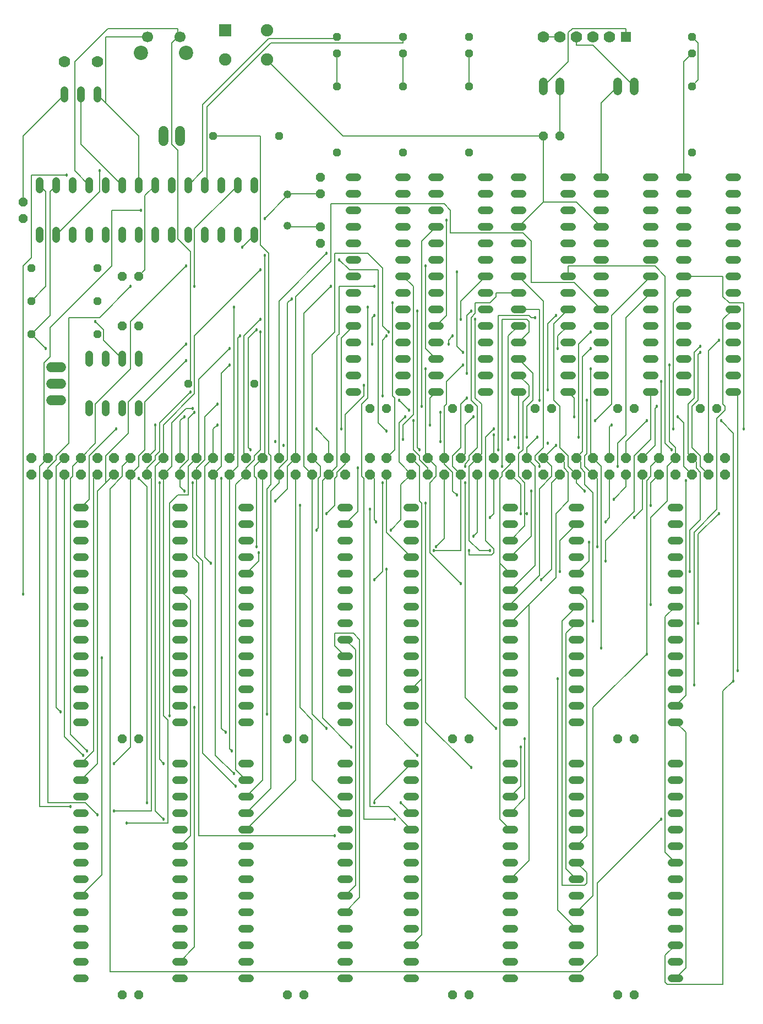
<source format=gbr>
G04 EAGLE Gerber RS-274X export*
G75*
%MOMM*%
%FSLAX34Y34*%
%LPD*%
%INTop Copper*%
%IPPOS*%
%AMOC8*
5,1,8,0,0,1.08239X$1,22.5*%
G01*
%ADD10P,1.649562X8X22.500000*%
%ADD11C,1.219200*%
%ADD12C,1.219200*%
%ADD13P,1.539592X8X292.500000*%
%ADD14P,1.539592X8X112.500000*%
%ADD15R,1.500000X1.500000*%
%ADD16C,1.778000*%
%ADD17P,1.539592X8X202.500000*%
%ADD18P,1.319650X8X22.500000*%
%ADD19P,1.539592X8X22.500000*%
%ADD20P,1.319650X8X292.500000*%
%ADD21C,1.524000*%
%ADD22C,1.371600*%
%ADD23C,2.200000*%
%ADD24C,1.700000*%
%ADD25R,1.905000X1.905000*%
%ADD26C,1.905000*%
%ADD27C,0.127000*%
%ADD28C,0.457200*%


D10*
X38100Y825500D03*
X63500Y825500D03*
X88900Y825500D03*
X114300Y825500D03*
X139700Y825500D03*
X165100Y825500D03*
X38100Y850900D03*
X63500Y850900D03*
X88900Y850900D03*
X114300Y850900D03*
X139700Y850900D03*
X165100Y850900D03*
X190500Y825500D03*
X190500Y850900D03*
X215900Y825500D03*
X241300Y825500D03*
X266700Y825500D03*
X292100Y825500D03*
X317500Y825500D03*
X342900Y825500D03*
X215900Y850900D03*
X241300Y850900D03*
X266700Y850900D03*
X292100Y850900D03*
X317500Y850900D03*
X342900Y850900D03*
X368300Y825500D03*
X368300Y850900D03*
X393700Y825500D03*
X419100Y825500D03*
X444500Y825500D03*
X469900Y825500D03*
X495300Y825500D03*
X520700Y825500D03*
X393700Y850900D03*
X419100Y850900D03*
X444500Y850900D03*
X469900Y850900D03*
X495300Y850900D03*
X520700Y850900D03*
D11*
X50800Y1187704D02*
X50800Y1199896D01*
X76200Y1199896D02*
X76200Y1187704D01*
X101600Y1187704D02*
X101600Y1199896D01*
X127000Y1199896D02*
X127000Y1187704D01*
X152400Y1187704D02*
X152400Y1199896D01*
X177800Y1199896D02*
X177800Y1187704D01*
X203200Y1187704D02*
X203200Y1199896D01*
X228600Y1199896D02*
X228600Y1187704D01*
X254000Y1187704D02*
X254000Y1199896D01*
X279400Y1199896D02*
X279400Y1187704D01*
X304800Y1187704D02*
X304800Y1199896D01*
X330200Y1199896D02*
X330200Y1187704D01*
X355600Y1187704D02*
X355600Y1199896D01*
X381000Y1199896D02*
X381000Y1187704D01*
X381000Y1263904D02*
X381000Y1276096D01*
X355600Y1276096D02*
X355600Y1263904D01*
X330200Y1263904D02*
X330200Y1276096D01*
X304800Y1276096D02*
X304800Y1263904D01*
X279400Y1263904D02*
X279400Y1276096D01*
X254000Y1276096D02*
X254000Y1263904D01*
X228600Y1263904D02*
X228600Y1276096D01*
X203200Y1276096D02*
X203200Y1263904D01*
X177800Y1263904D02*
X177800Y1276096D01*
X152400Y1276096D02*
X152400Y1263904D01*
X127000Y1263904D02*
X127000Y1276096D01*
X101600Y1276096D02*
X101600Y1263904D01*
X76200Y1263904D02*
X76200Y1276096D01*
X50800Y1276096D02*
X50800Y1263904D01*
D12*
X431800Y1207770D03*
X431800Y1256030D03*
D13*
X482600Y1282700D03*
X482600Y1257300D03*
D14*
X482600Y1181100D03*
X482600Y1206500D03*
D15*
X952500Y1498600D03*
D16*
X927100Y1498600D03*
X901700Y1498600D03*
X876300Y1498600D03*
X850900Y1498600D03*
X825500Y1498600D03*
D17*
X850900Y1346200D03*
X825500Y1346200D03*
D18*
X38100Y1143000D03*
X139700Y1143000D03*
D19*
X177800Y1130300D03*
X203200Y1130300D03*
X177800Y1054100D03*
X203200Y1054100D03*
D18*
X38100Y1041400D03*
X139700Y1041400D03*
X38100Y1092200D03*
X139700Y1092200D03*
D11*
X127000Y933196D02*
X127000Y921004D01*
X152400Y921004D02*
X152400Y933196D01*
X177800Y933196D02*
X177800Y921004D01*
X203200Y921004D02*
X203200Y933196D01*
X203200Y997204D02*
X203200Y1009396D01*
X177800Y1009396D02*
X177800Y997204D01*
X152400Y997204D02*
X152400Y1009396D01*
X127000Y1009396D02*
X127000Y997204D01*
D20*
X508000Y1498600D03*
X508000Y1473200D03*
X609600Y1498600D03*
X609600Y1473200D03*
X711200Y1498600D03*
X711200Y1473200D03*
X711200Y1422400D03*
X711200Y1320800D03*
X609600Y1422400D03*
X609600Y1320800D03*
X508000Y1422400D03*
X508000Y1320800D03*
D17*
X965200Y25400D03*
X939800Y25400D03*
X965200Y419100D03*
X939800Y419100D03*
X457200Y419100D03*
X431800Y419100D03*
X711200Y419100D03*
X685800Y419100D03*
X457200Y25400D03*
X431800Y25400D03*
D11*
X88900Y1403604D02*
X88900Y1415796D01*
X114300Y1415796D02*
X114300Y1403604D01*
X139700Y1403604D02*
X139700Y1415796D01*
D16*
X88900Y1460500D03*
X139700Y1460500D03*
D21*
X83820Y939800D02*
X68580Y939800D01*
X68580Y965200D02*
X83820Y965200D01*
X83820Y990600D02*
X68580Y990600D01*
D17*
X203200Y25400D03*
X177800Y25400D03*
X711200Y25400D03*
X685800Y25400D03*
X203200Y419100D03*
X177800Y419100D03*
D22*
X939800Y1415542D02*
X939800Y1429258D01*
X965200Y1429258D02*
X965200Y1415542D01*
X825500Y1415542D02*
X825500Y1429258D01*
X850900Y1429258D02*
X850900Y1415542D01*
D23*
X276300Y1473600D03*
X206300Y1473600D03*
D24*
X266300Y1498600D03*
X216300Y1498600D03*
D25*
X335800Y1508400D03*
D26*
X335800Y1463400D03*
X400800Y1463400D03*
X400800Y1508400D03*
D18*
X279400Y965200D03*
X381000Y965200D03*
D20*
X1054100Y1498600D03*
X1054100Y1473200D03*
X1054100Y1422400D03*
X1054100Y1320800D03*
D11*
X869696Y952500D02*
X857504Y952500D01*
X857504Y977900D02*
X869696Y977900D01*
X869696Y1003300D02*
X857504Y1003300D01*
X857504Y1028700D02*
X869696Y1028700D01*
X869696Y1054100D02*
X857504Y1054100D01*
X857504Y1079500D02*
X869696Y1079500D01*
X869696Y1104900D02*
X857504Y1104900D01*
X857504Y1130300D02*
X869696Y1130300D01*
X869696Y1155700D02*
X857504Y1155700D01*
X857504Y1181100D02*
X869696Y1181100D01*
X869696Y1206500D02*
X857504Y1206500D01*
X857504Y1231900D02*
X869696Y1231900D01*
X869696Y1257300D02*
X857504Y1257300D01*
X857504Y1282700D02*
X869696Y1282700D01*
X793496Y1282700D02*
X781304Y1282700D01*
X781304Y1257300D02*
X793496Y1257300D01*
X793496Y1231900D02*
X781304Y1231900D01*
X781304Y1206500D02*
X793496Y1206500D01*
X793496Y1181100D02*
X781304Y1181100D01*
X781304Y1155700D02*
X793496Y1155700D01*
X793496Y1130300D02*
X781304Y1130300D01*
X781304Y1104900D02*
X793496Y1104900D01*
X793496Y1079500D02*
X781304Y1079500D01*
X781304Y1054100D02*
X793496Y1054100D01*
X793496Y1028700D02*
X781304Y1028700D01*
X781304Y1003300D02*
X793496Y1003300D01*
X793496Y977900D02*
X781304Y977900D01*
X781304Y952500D02*
X793496Y952500D01*
X984504Y952500D02*
X996696Y952500D01*
X996696Y977900D02*
X984504Y977900D01*
X984504Y1003300D02*
X996696Y1003300D01*
X996696Y1028700D02*
X984504Y1028700D01*
X984504Y1054100D02*
X996696Y1054100D01*
X996696Y1079500D02*
X984504Y1079500D01*
X984504Y1104900D02*
X996696Y1104900D01*
X996696Y1130300D02*
X984504Y1130300D01*
X984504Y1155700D02*
X996696Y1155700D01*
X996696Y1181100D02*
X984504Y1181100D01*
X984504Y1206500D02*
X996696Y1206500D01*
X996696Y1231900D02*
X984504Y1231900D01*
X984504Y1257300D02*
X996696Y1257300D01*
X996696Y1282700D02*
X984504Y1282700D01*
X920496Y1282700D02*
X908304Y1282700D01*
X908304Y1257300D02*
X920496Y1257300D01*
X920496Y1231900D02*
X908304Y1231900D01*
X908304Y1206500D02*
X920496Y1206500D01*
X920496Y1181100D02*
X908304Y1181100D01*
X908304Y1155700D02*
X920496Y1155700D01*
X920496Y1130300D02*
X908304Y1130300D01*
X908304Y1104900D02*
X920496Y1104900D01*
X920496Y1079500D02*
X908304Y1079500D01*
X908304Y1054100D02*
X920496Y1054100D01*
X920496Y1028700D02*
X908304Y1028700D01*
X908304Y1003300D02*
X920496Y1003300D01*
X920496Y977900D02*
X908304Y977900D01*
X908304Y952500D02*
X920496Y952500D01*
X742696Y952500D02*
X730504Y952500D01*
X730504Y977900D02*
X742696Y977900D01*
X742696Y1003300D02*
X730504Y1003300D01*
X730504Y1028700D02*
X742696Y1028700D01*
X742696Y1054100D02*
X730504Y1054100D01*
X730504Y1079500D02*
X742696Y1079500D01*
X742696Y1104900D02*
X730504Y1104900D01*
X730504Y1130300D02*
X742696Y1130300D01*
X742696Y1155700D02*
X730504Y1155700D01*
X730504Y1181100D02*
X742696Y1181100D01*
X742696Y1206500D02*
X730504Y1206500D01*
X730504Y1231900D02*
X742696Y1231900D01*
X742696Y1257300D02*
X730504Y1257300D01*
X730504Y1282700D02*
X742696Y1282700D01*
X666496Y1282700D02*
X654304Y1282700D01*
X654304Y1257300D02*
X666496Y1257300D01*
X666496Y1231900D02*
X654304Y1231900D01*
X654304Y1206500D02*
X666496Y1206500D01*
X666496Y1181100D02*
X654304Y1181100D01*
X654304Y1155700D02*
X666496Y1155700D01*
X666496Y1130300D02*
X654304Y1130300D01*
X654304Y1104900D02*
X666496Y1104900D01*
X666496Y1079500D02*
X654304Y1079500D01*
X654304Y1054100D02*
X666496Y1054100D01*
X666496Y1028700D02*
X654304Y1028700D01*
X654304Y1003300D02*
X666496Y1003300D01*
X666496Y977900D02*
X654304Y977900D01*
X654304Y952500D02*
X666496Y952500D01*
X615696Y952500D02*
X603504Y952500D01*
X603504Y977900D02*
X615696Y977900D01*
X615696Y1003300D02*
X603504Y1003300D01*
X603504Y1028700D02*
X615696Y1028700D01*
X615696Y1054100D02*
X603504Y1054100D01*
X603504Y1079500D02*
X615696Y1079500D01*
X615696Y1104900D02*
X603504Y1104900D01*
X603504Y1130300D02*
X615696Y1130300D01*
X615696Y1155700D02*
X603504Y1155700D01*
X603504Y1181100D02*
X615696Y1181100D01*
X615696Y1206500D02*
X603504Y1206500D01*
X603504Y1231900D02*
X615696Y1231900D01*
X615696Y1257300D02*
X603504Y1257300D01*
X603504Y1282700D02*
X615696Y1282700D01*
X539496Y1282700D02*
X527304Y1282700D01*
X527304Y1257300D02*
X539496Y1257300D01*
X539496Y1231900D02*
X527304Y1231900D01*
X527304Y1206500D02*
X539496Y1206500D01*
X539496Y1181100D02*
X527304Y1181100D01*
X527304Y1155700D02*
X539496Y1155700D01*
X539496Y1130300D02*
X527304Y1130300D01*
X527304Y1104900D02*
X539496Y1104900D01*
X539496Y1079500D02*
X527304Y1079500D01*
X527304Y1054100D02*
X539496Y1054100D01*
X539496Y1028700D02*
X527304Y1028700D01*
X527304Y1003300D02*
X539496Y1003300D01*
X539496Y977900D02*
X527304Y977900D01*
X527304Y952500D02*
X539496Y952500D01*
X1111504Y952500D02*
X1123696Y952500D01*
X1123696Y977900D02*
X1111504Y977900D01*
X1111504Y1003300D02*
X1123696Y1003300D01*
X1123696Y1028700D02*
X1111504Y1028700D01*
X1111504Y1054100D02*
X1123696Y1054100D01*
X1123696Y1079500D02*
X1111504Y1079500D01*
X1111504Y1104900D02*
X1123696Y1104900D01*
X1123696Y1130300D02*
X1111504Y1130300D01*
X1111504Y1155700D02*
X1123696Y1155700D01*
X1123696Y1181100D02*
X1111504Y1181100D01*
X1111504Y1206500D02*
X1123696Y1206500D01*
X1123696Y1231900D02*
X1111504Y1231900D01*
X1111504Y1257300D02*
X1123696Y1257300D01*
X1123696Y1282700D02*
X1111504Y1282700D01*
X1047496Y1282700D02*
X1035304Y1282700D01*
X1035304Y1257300D02*
X1047496Y1257300D01*
X1047496Y1231900D02*
X1035304Y1231900D01*
X1035304Y1206500D02*
X1047496Y1206500D01*
X1047496Y1181100D02*
X1035304Y1181100D01*
X1035304Y1155700D02*
X1047496Y1155700D01*
X1047496Y1130300D02*
X1035304Y1130300D01*
X1035304Y1104900D02*
X1047496Y1104900D01*
X1047496Y1079500D02*
X1035304Y1079500D01*
X1035304Y1054100D02*
X1047496Y1054100D01*
X1047496Y1028700D02*
X1035304Y1028700D01*
X1035304Y1003300D02*
X1047496Y1003300D01*
X1047496Y977900D02*
X1035304Y977900D01*
X1035304Y952500D02*
X1047496Y952500D01*
D10*
X622300Y825500D03*
X647700Y825500D03*
X673100Y825500D03*
X698500Y825500D03*
X723900Y825500D03*
X749300Y825500D03*
X622300Y850900D03*
X647700Y850900D03*
X673100Y850900D03*
X698500Y850900D03*
X723900Y850900D03*
X749300Y850900D03*
X774700Y825500D03*
X774700Y850900D03*
X800100Y825500D03*
X825500Y825500D03*
X850900Y825500D03*
X876300Y825500D03*
X901700Y825500D03*
X927100Y825500D03*
X800100Y850900D03*
X825500Y850900D03*
X850900Y850900D03*
X876300Y850900D03*
X901700Y850900D03*
X927100Y850900D03*
X952500Y825500D03*
X952500Y850900D03*
X977900Y825500D03*
X1003300Y825500D03*
X1028700Y825500D03*
X1054100Y825500D03*
X1079500Y825500D03*
X1104900Y825500D03*
X977900Y850900D03*
X1003300Y850900D03*
X1028700Y850900D03*
X1054100Y850900D03*
X1079500Y850900D03*
X1104900Y850900D03*
D19*
X1066800Y927100D03*
X1092200Y927100D03*
X939800Y927100D03*
X965200Y927100D03*
X812800Y927100D03*
X838200Y927100D03*
X685800Y927100D03*
X711200Y927100D03*
X558800Y927100D03*
X584200Y927100D03*
D11*
X272796Y50800D02*
X260604Y50800D01*
X260604Y76200D02*
X272796Y76200D01*
X272796Y101600D02*
X260604Y101600D01*
X260604Y127000D02*
X272796Y127000D01*
X272796Y152400D02*
X260604Y152400D01*
X260604Y177800D02*
X272796Y177800D01*
X272796Y203200D02*
X260604Y203200D01*
X260604Y228600D02*
X272796Y228600D01*
X272796Y254000D02*
X260604Y254000D01*
X260604Y279400D02*
X272796Y279400D01*
X272796Y304800D02*
X260604Y304800D01*
X260604Y330200D02*
X272796Y330200D01*
X272796Y355600D02*
X260604Y355600D01*
X260604Y381000D02*
X272796Y381000D01*
X120396Y381000D02*
X108204Y381000D01*
X108204Y355600D02*
X120396Y355600D01*
X120396Y330200D02*
X108204Y330200D01*
X108204Y304800D02*
X120396Y304800D01*
X120396Y279400D02*
X108204Y279400D01*
X108204Y254000D02*
X120396Y254000D01*
X120396Y228600D02*
X108204Y228600D01*
X108204Y203200D02*
X120396Y203200D01*
X120396Y177800D02*
X108204Y177800D01*
X108204Y152400D02*
X120396Y152400D01*
X120396Y127000D02*
X108204Y127000D01*
X108204Y101600D02*
X120396Y101600D01*
X120396Y76200D02*
X108204Y76200D01*
X108204Y50800D02*
X120396Y50800D01*
X514604Y50800D02*
X526796Y50800D01*
X526796Y76200D02*
X514604Y76200D01*
X514604Y101600D02*
X526796Y101600D01*
X526796Y127000D02*
X514604Y127000D01*
X514604Y152400D02*
X526796Y152400D01*
X526796Y177800D02*
X514604Y177800D01*
X514604Y203200D02*
X526796Y203200D01*
X526796Y228600D02*
X514604Y228600D01*
X514604Y254000D02*
X526796Y254000D01*
X526796Y279400D02*
X514604Y279400D01*
X514604Y304800D02*
X526796Y304800D01*
X526796Y330200D02*
X514604Y330200D01*
X514604Y355600D02*
X526796Y355600D01*
X526796Y381000D02*
X514604Y381000D01*
X374396Y381000D02*
X362204Y381000D01*
X362204Y355600D02*
X374396Y355600D01*
X374396Y330200D02*
X362204Y330200D01*
X362204Y304800D02*
X374396Y304800D01*
X374396Y279400D02*
X362204Y279400D01*
X362204Y254000D02*
X374396Y254000D01*
X374396Y228600D02*
X362204Y228600D01*
X362204Y203200D02*
X374396Y203200D01*
X374396Y177800D02*
X362204Y177800D01*
X362204Y152400D02*
X374396Y152400D01*
X374396Y127000D02*
X362204Y127000D01*
X362204Y101600D02*
X374396Y101600D01*
X374396Y76200D02*
X362204Y76200D01*
X362204Y50800D02*
X374396Y50800D01*
X768604Y50800D02*
X780796Y50800D01*
X780796Y76200D02*
X768604Y76200D01*
X768604Y101600D02*
X780796Y101600D01*
X780796Y127000D02*
X768604Y127000D01*
X768604Y152400D02*
X780796Y152400D01*
X780796Y177800D02*
X768604Y177800D01*
X768604Y203200D02*
X780796Y203200D01*
X780796Y228600D02*
X768604Y228600D01*
X768604Y254000D02*
X780796Y254000D01*
X780796Y279400D02*
X768604Y279400D01*
X768604Y304800D02*
X780796Y304800D01*
X780796Y330200D02*
X768604Y330200D01*
X768604Y355600D02*
X780796Y355600D01*
X780796Y381000D02*
X768604Y381000D01*
X628396Y381000D02*
X616204Y381000D01*
X616204Y355600D02*
X628396Y355600D01*
X628396Y330200D02*
X616204Y330200D01*
X616204Y304800D02*
X628396Y304800D01*
X628396Y279400D02*
X616204Y279400D01*
X616204Y254000D02*
X628396Y254000D01*
X628396Y228600D02*
X616204Y228600D01*
X616204Y203200D02*
X628396Y203200D01*
X628396Y177800D02*
X616204Y177800D01*
X616204Y152400D02*
X628396Y152400D01*
X628396Y127000D02*
X616204Y127000D01*
X616204Y101600D02*
X628396Y101600D01*
X628396Y76200D02*
X616204Y76200D01*
X616204Y50800D02*
X628396Y50800D01*
X1022604Y50800D02*
X1034796Y50800D01*
X1034796Y76200D02*
X1022604Y76200D01*
X1022604Y101600D02*
X1034796Y101600D01*
X1034796Y127000D02*
X1022604Y127000D01*
X1022604Y152400D02*
X1034796Y152400D01*
X1034796Y177800D02*
X1022604Y177800D01*
X1022604Y203200D02*
X1034796Y203200D01*
X1034796Y228600D02*
X1022604Y228600D01*
X1022604Y254000D02*
X1034796Y254000D01*
X1034796Y279400D02*
X1022604Y279400D01*
X1022604Y304800D02*
X1034796Y304800D01*
X1034796Y330200D02*
X1022604Y330200D01*
X1022604Y355600D02*
X1034796Y355600D01*
X1034796Y381000D02*
X1022604Y381000D01*
X882396Y381000D02*
X870204Y381000D01*
X870204Y355600D02*
X882396Y355600D01*
X882396Y330200D02*
X870204Y330200D01*
X870204Y304800D02*
X882396Y304800D01*
X882396Y279400D02*
X870204Y279400D01*
X870204Y254000D02*
X882396Y254000D01*
X882396Y228600D02*
X870204Y228600D01*
X870204Y203200D02*
X882396Y203200D01*
X882396Y177800D02*
X870204Y177800D01*
X870204Y152400D02*
X882396Y152400D01*
X882396Y127000D02*
X870204Y127000D01*
X870204Y101600D02*
X882396Y101600D01*
X882396Y76200D02*
X870204Y76200D01*
X870204Y50800D02*
X882396Y50800D01*
X272796Y444500D02*
X260604Y444500D01*
X260604Y469900D02*
X272796Y469900D01*
X272796Y495300D02*
X260604Y495300D01*
X260604Y520700D02*
X272796Y520700D01*
X272796Y546100D02*
X260604Y546100D01*
X260604Y571500D02*
X272796Y571500D01*
X272796Y596900D02*
X260604Y596900D01*
X260604Y622300D02*
X272796Y622300D01*
X272796Y647700D02*
X260604Y647700D01*
X260604Y673100D02*
X272796Y673100D01*
X272796Y698500D02*
X260604Y698500D01*
X260604Y723900D02*
X272796Y723900D01*
X272796Y749300D02*
X260604Y749300D01*
X260604Y774700D02*
X272796Y774700D01*
X120396Y774700D02*
X108204Y774700D01*
X108204Y749300D02*
X120396Y749300D01*
X120396Y723900D02*
X108204Y723900D01*
X108204Y698500D02*
X120396Y698500D01*
X120396Y673100D02*
X108204Y673100D01*
X108204Y647700D02*
X120396Y647700D01*
X120396Y622300D02*
X108204Y622300D01*
X108204Y596900D02*
X120396Y596900D01*
X120396Y571500D02*
X108204Y571500D01*
X108204Y546100D02*
X120396Y546100D01*
X120396Y520700D02*
X108204Y520700D01*
X108204Y495300D02*
X120396Y495300D01*
X120396Y469900D02*
X108204Y469900D01*
X108204Y444500D02*
X120396Y444500D01*
X514604Y444500D02*
X526796Y444500D01*
X526796Y469900D02*
X514604Y469900D01*
X514604Y495300D02*
X526796Y495300D01*
X526796Y520700D02*
X514604Y520700D01*
X514604Y546100D02*
X526796Y546100D01*
X526796Y571500D02*
X514604Y571500D01*
X514604Y596900D02*
X526796Y596900D01*
X526796Y622300D02*
X514604Y622300D01*
X514604Y647700D02*
X526796Y647700D01*
X526796Y673100D02*
X514604Y673100D01*
X514604Y698500D02*
X526796Y698500D01*
X526796Y723900D02*
X514604Y723900D01*
X514604Y749300D02*
X526796Y749300D01*
X526796Y774700D02*
X514604Y774700D01*
X374396Y774700D02*
X362204Y774700D01*
X362204Y749300D02*
X374396Y749300D01*
X374396Y723900D02*
X362204Y723900D01*
X362204Y698500D02*
X374396Y698500D01*
X374396Y673100D02*
X362204Y673100D01*
X362204Y647700D02*
X374396Y647700D01*
X374396Y622300D02*
X362204Y622300D01*
X362204Y596900D02*
X374396Y596900D01*
X374396Y571500D02*
X362204Y571500D01*
X362204Y546100D02*
X374396Y546100D01*
X374396Y520700D02*
X362204Y520700D01*
X362204Y495300D02*
X374396Y495300D01*
X374396Y469900D02*
X362204Y469900D01*
X362204Y444500D02*
X374396Y444500D01*
X768604Y444500D02*
X780796Y444500D01*
X780796Y469900D02*
X768604Y469900D01*
X768604Y495300D02*
X780796Y495300D01*
X780796Y520700D02*
X768604Y520700D01*
X768604Y546100D02*
X780796Y546100D01*
X780796Y571500D02*
X768604Y571500D01*
X768604Y596900D02*
X780796Y596900D01*
X780796Y622300D02*
X768604Y622300D01*
X768604Y647700D02*
X780796Y647700D01*
X780796Y673100D02*
X768604Y673100D01*
X768604Y698500D02*
X780796Y698500D01*
X780796Y723900D02*
X768604Y723900D01*
X768604Y749300D02*
X780796Y749300D01*
X780796Y774700D02*
X768604Y774700D01*
X628396Y774700D02*
X616204Y774700D01*
X616204Y749300D02*
X628396Y749300D01*
X628396Y723900D02*
X616204Y723900D01*
X616204Y698500D02*
X628396Y698500D01*
X628396Y673100D02*
X616204Y673100D01*
X616204Y647700D02*
X628396Y647700D01*
X628396Y622300D02*
X616204Y622300D01*
X616204Y596900D02*
X628396Y596900D01*
X628396Y571500D02*
X616204Y571500D01*
X616204Y546100D02*
X628396Y546100D01*
X628396Y520700D02*
X616204Y520700D01*
X616204Y495300D02*
X628396Y495300D01*
X628396Y469900D02*
X616204Y469900D01*
X616204Y444500D02*
X628396Y444500D01*
X1022604Y444500D02*
X1034796Y444500D01*
X1034796Y469900D02*
X1022604Y469900D01*
X1022604Y495300D02*
X1034796Y495300D01*
X1034796Y520700D02*
X1022604Y520700D01*
X1022604Y546100D02*
X1034796Y546100D01*
X1034796Y571500D02*
X1022604Y571500D01*
X1022604Y596900D02*
X1034796Y596900D01*
X1034796Y622300D02*
X1022604Y622300D01*
X1022604Y647700D02*
X1034796Y647700D01*
X1034796Y673100D02*
X1022604Y673100D01*
X1022604Y698500D02*
X1034796Y698500D01*
X1034796Y723900D02*
X1022604Y723900D01*
X1022604Y749300D02*
X1034796Y749300D01*
X1034796Y774700D02*
X1022604Y774700D01*
X882396Y774700D02*
X870204Y774700D01*
X870204Y749300D02*
X882396Y749300D01*
X882396Y723900D02*
X870204Y723900D01*
X870204Y698500D02*
X882396Y698500D01*
X882396Y673100D02*
X870204Y673100D01*
X870204Y647700D02*
X882396Y647700D01*
X882396Y622300D02*
X870204Y622300D01*
X870204Y596900D02*
X882396Y596900D01*
X882396Y571500D02*
X870204Y571500D01*
X870204Y546100D02*
X882396Y546100D01*
X882396Y520700D02*
X870204Y520700D01*
X870204Y495300D02*
X882396Y495300D01*
X882396Y469900D02*
X870204Y469900D01*
X870204Y444500D02*
X882396Y444500D01*
D14*
X25400Y1219200D03*
X25400Y1244600D03*
D18*
X317500Y1346200D03*
X419100Y1346200D03*
D21*
X241300Y1338580D02*
X241300Y1353820D01*
X266700Y1353820D02*
X266700Y1338580D01*
D10*
X558800Y825500D03*
X558800Y850900D03*
X584200Y825500D03*
X584200Y850900D03*
D27*
X825500Y1498600D02*
X850900Y1498600D01*
X203200Y1346200D02*
X152400Y1397000D01*
X139700Y1409700D01*
X203200Y1346200D02*
X203200Y1270000D01*
X1041400Y1460500D02*
X1054100Y1473200D01*
X1041400Y1460500D02*
X1041400Y1282700D01*
X216300Y1498600D02*
X152400Y1498600D01*
X152400Y1397000D01*
X88900Y1409700D02*
X25400Y1346200D01*
X25400Y1244600D01*
X914400Y1397000D02*
X939800Y1422400D01*
X914400Y1397000D02*
X914400Y1282700D01*
X142875Y1260475D02*
X76200Y1193800D01*
X142875Y1260475D02*
X142875Y1292225D01*
D28*
X142875Y1292225D03*
D27*
X787400Y1206500D02*
X825500Y1244600D01*
X825500Y1346200D01*
X876300Y1244600D02*
X914400Y1206500D01*
X876300Y1244600D02*
X825500Y1244600D01*
X517525Y1346200D02*
X403225Y1460500D01*
X517525Y1346200D02*
X825500Y1346200D01*
X403225Y1460500D02*
X400800Y1463400D01*
X638175Y1184275D02*
X638175Y930275D01*
X638175Y1184275D02*
X660400Y1206500D01*
D28*
X638175Y930275D03*
D27*
X60325Y1114425D02*
X38100Y1092200D01*
X60325Y1114425D02*
X60325Y1260475D01*
X50800Y1270000D01*
X149225Y1031875D02*
X177800Y1003300D01*
X149225Y1031875D02*
X149225Y1047750D01*
X136525Y1060450D01*
D28*
X136525Y1060450D03*
D27*
X66675Y1069975D02*
X38100Y1041400D01*
X66675Y1069975D02*
X66675Y1260475D01*
X76200Y1270000D01*
X38100Y1041400D02*
X60325Y1019175D01*
D28*
X60325Y1019175D03*
D27*
X120650Y320675D02*
X139700Y301625D01*
X120650Y320675D02*
X63500Y320675D01*
X63500Y825500D01*
X142875Y1066800D02*
X190500Y1114425D01*
X142875Y1066800D02*
X95250Y1066800D01*
X95250Y873125D01*
X76200Y854075D01*
X76200Y847725D01*
X63500Y835025D01*
X63500Y825500D01*
D28*
X139700Y301625D03*
X190500Y1114425D03*
D27*
X479425Y742950D02*
X476250Y739775D01*
X479425Y742950D02*
X479425Y819150D01*
X482600Y822325D01*
X482600Y838200D01*
X469900Y850900D01*
X587375Y1044575D02*
X577850Y1054100D01*
X577850Y1143000D01*
X555625Y1165225D01*
X504825Y1165225D01*
X504825Y1044575D01*
X469900Y1009650D01*
X469900Y850900D01*
D28*
X476250Y739775D03*
X587375Y1044575D03*
D27*
X127000Y787400D02*
X114300Y774700D01*
X127000Y787400D02*
X127000Y854075D01*
X168275Y895350D01*
X476250Y895350D02*
X495300Y876300D01*
X495300Y850900D01*
X679450Y1031875D02*
X685800Y1038225D01*
X679450Y1031875D02*
X679450Y1025525D01*
D28*
X168275Y895350D03*
X476250Y895350D03*
X685800Y1038225D03*
X679450Y1025525D03*
D27*
X504825Y777875D02*
X492125Y765175D01*
X504825Y777875D02*
X504825Y819150D01*
X508000Y822325D01*
X508000Y828675D01*
X520700Y841375D01*
X520700Y850900D01*
X549275Y946150D02*
X549275Y962025D01*
X549275Y946150D02*
X520700Y917575D01*
X520700Y850900D01*
D28*
X492125Y765175D03*
X549275Y962025D03*
D27*
X606425Y755650D02*
X590550Y739775D01*
X606425Y755650D02*
X606425Y809625D01*
X622300Y825500D01*
X603250Y904875D02*
X612775Y914400D01*
X603250Y904875D02*
X603250Y844550D01*
X622300Y825500D01*
D28*
X590550Y739775D03*
X612775Y914400D03*
D27*
X1079500Y1016000D02*
X1095375Y1031875D01*
X1079500Y1016000D02*
X1079500Y850900D01*
X1044575Y815975D02*
X1044575Y485775D01*
X1028700Y469900D01*
X288925Y98425D02*
X266700Y76200D01*
X288925Y98425D02*
X288925Y466725D01*
D28*
X1095375Y1031875D03*
X1044575Y815975D03*
X288925Y466725D03*
D27*
X1057275Y1012825D02*
X1066800Y1022350D01*
X1057275Y1012825D02*
X1057275Y942975D01*
X1047750Y933450D01*
X1047750Y857250D01*
X1054100Y850900D01*
X1060450Y844550D01*
X1060450Y835025D01*
X1066800Y828675D01*
X1066800Y755650D01*
X1050925Y739775D01*
X1050925Y676275D01*
X146050Y209550D02*
X114300Y177800D01*
X146050Y209550D02*
X146050Y542925D01*
D28*
X1066800Y1022350D03*
X1050925Y676275D03*
X146050Y542925D03*
D27*
X1019175Y876300D02*
X1019175Y993775D01*
X1019175Y876300D02*
X1028700Y866775D01*
X1028700Y850900D01*
X1016000Y838200D01*
X1016000Y784225D01*
X990600Y758825D01*
X990600Y625475D01*
X876300Y228600D02*
X892175Y212725D01*
X892175Y196850D01*
X889000Y193675D01*
X854075Y193675D01*
X854075Y600075D01*
X876300Y622300D01*
D28*
X1019175Y993775D03*
X990600Y625475D03*
D27*
X1006475Y854075D02*
X1006475Y968375D01*
X1006475Y854075D02*
X1003300Y850900D01*
X990600Y838200D01*
X990600Y822325D01*
X984250Y815975D01*
X984250Y549275D01*
X901700Y177800D02*
X876300Y152400D01*
X901700Y177800D02*
X901700Y466725D01*
X984250Y549275D01*
D28*
X1006475Y968375D03*
X984250Y549275D03*
D27*
X996950Y927100D02*
X1000125Y930275D01*
X996950Y927100D02*
X996950Y869950D01*
X977900Y850900D01*
X1117600Y952500D02*
X1123950Y946150D01*
X1123950Y523875D01*
X847725Y155575D02*
X876300Y127000D01*
X847725Y155575D02*
X847725Y511175D01*
D28*
X1000125Y930275D03*
X1123950Y523875D03*
X847725Y511175D03*
D27*
X952500Y876300D02*
X984250Y908050D01*
X952500Y876300D02*
X952500Y850900D01*
X1098550Y908050D02*
X1117600Y889000D01*
X1117600Y508000D01*
X1028700Y101600D02*
X1012825Y85725D01*
X1012825Y44450D01*
X1016000Y41275D01*
X1101725Y41275D01*
X1101725Y492125D01*
X1117600Y508000D01*
D28*
X984250Y908050D03*
X1098550Y908050D03*
X1117600Y508000D03*
D27*
X927100Y898525D02*
X930275Y901700D01*
X927100Y898525D02*
X927100Y850900D01*
X1063625Y733425D02*
X1095375Y765175D01*
X1063625Y733425D02*
X1063625Y596900D01*
D28*
X930275Y901700D03*
X1095375Y765175D03*
X1063625Y596900D03*
D27*
X898525Y854075D02*
X898525Y987425D01*
X898525Y854075D02*
X901700Y850900D01*
X914400Y838200D01*
X914400Y558800D01*
X542925Y174625D02*
X520700Y152400D01*
X542925Y174625D02*
X542925Y571500D01*
X533400Y581025D01*
X504825Y581025D01*
X504825Y561975D01*
X520700Y546100D01*
D28*
X898525Y987425D03*
X914400Y558800D03*
D27*
X885825Y1006475D02*
X898525Y1019175D01*
X885825Y1006475D02*
X885825Y860425D01*
X876300Y850900D01*
X882650Y844550D01*
X882650Y835025D01*
X889000Y828675D01*
X889000Y809625D01*
X901700Y796925D01*
X901700Y600075D01*
X536575Y193675D02*
X520700Y177800D01*
X536575Y193675D02*
X536575Y555625D01*
X520700Y571500D01*
D28*
X898525Y1019175D03*
X901700Y600075D03*
D27*
X857250Y844550D02*
X850900Y850900D01*
X857250Y844550D02*
X857250Y835025D01*
X863600Y828675D01*
X863600Y784225D01*
X844550Y765175D01*
X844550Y666750D01*
X803275Y625475D02*
X774700Y596900D01*
X803275Y625475D02*
X844550Y666750D01*
X803275Y231775D02*
X774700Y203200D01*
X803275Y231775D02*
X803275Y625475D01*
X879475Y1025525D02*
X898525Y1044575D01*
X879475Y1025525D02*
X879475Y882650D01*
X844550Y869950D02*
X825500Y850900D01*
X838200Y838200D01*
X838200Y822325D01*
X819150Y803275D01*
X819150Y669925D01*
X774700Y625475D01*
X774700Y622300D01*
X1012825Y244475D02*
X1028700Y228600D01*
X1012825Y244475D02*
X1012825Y606425D01*
X1028700Y622300D01*
D28*
X898525Y1044575D03*
X879475Y882650D03*
X844550Y869950D03*
D27*
X812800Y685800D02*
X774700Y647700D01*
X812800Y685800D02*
X812800Y838200D01*
X800100Y850900D01*
X1025525Y1089025D02*
X1041400Y1104900D01*
X1025525Y1089025D02*
X1025525Y895350D01*
X815975Y882650D02*
X800100Y866775D01*
X800100Y850900D01*
X282575Y269875D02*
X266700Y254000D01*
X282575Y269875D02*
X282575Y631825D01*
X266700Y647700D01*
D28*
X1025525Y895350D03*
X815975Y882650D03*
D27*
X758825Y688975D02*
X774700Y673100D01*
X758825Y688975D02*
X758825Y819150D01*
X762000Y822325D01*
X762000Y828675D01*
X774700Y841375D01*
X774700Y850900D01*
X1041400Y1130300D02*
X1101725Y1130300D01*
X1101725Y1098550D01*
X1111250Y1089025D01*
X1133475Y1089025D01*
X1133475Y895350D01*
X758825Y295275D02*
X774700Y279400D01*
X758825Y295275D02*
X758825Y688975D01*
D28*
X1133475Y895350D03*
D27*
X381000Y1193800D02*
X361950Y1174750D01*
D28*
X361950Y1174750D03*
D27*
X92075Y1285875D02*
X38100Y1285875D01*
X38100Y1158875D01*
X25400Y1146175D01*
X25400Y641350D01*
X860425Y219075D02*
X876300Y203200D01*
X860425Y219075D02*
X860425Y581025D01*
X876300Y596900D01*
D28*
X92075Y1285875D03*
X25400Y641350D03*
D27*
X288925Y1203325D02*
X355600Y1270000D01*
X288925Y1203325D02*
X288925Y1114425D01*
X892175Y269875D02*
X876300Y254000D01*
X892175Y269875D02*
X892175Y631825D01*
X876300Y647700D01*
D28*
X288925Y1114425D03*
D27*
X88900Y422275D02*
X117475Y393700D01*
X88900Y422275D02*
X88900Y825500D01*
D28*
X117475Y393700D03*
D27*
X165100Y381000D02*
X190500Y406400D01*
X190500Y825500D01*
X212725Y936625D02*
X276225Y1000125D01*
X212725Y936625D02*
X212725Y863600D01*
X203200Y854075D01*
X203200Y838200D01*
X190500Y825500D01*
D28*
X165100Y381000D03*
X276225Y1000125D03*
D27*
X234950Y387350D02*
X241300Y381000D01*
X234950Y387350D02*
X234950Y812800D01*
D28*
X241300Y381000D03*
X234950Y812800D03*
D27*
X133350Y400050D02*
X114300Y381000D01*
X133350Y400050D02*
X133350Y819150D01*
X139700Y825500D01*
X514350Y1035050D02*
X533400Y1054100D01*
X514350Y1035050D02*
X514350Y895350D01*
D28*
X514350Y895350D03*
D27*
X139700Y381000D02*
X114300Y355600D01*
X139700Y381000D02*
X139700Y800100D01*
X152400Y812800D02*
X165100Y825500D01*
X152400Y812800D02*
X139700Y800100D01*
X187325Y936625D02*
X276225Y1025525D01*
X187325Y936625D02*
X187325Y889000D01*
X152400Y854075D01*
X152400Y812800D01*
D28*
X276225Y1025525D03*
D27*
X222250Y307975D02*
X165100Y307975D01*
X222250Y307975D02*
X222250Y819150D01*
X215900Y825500D01*
X234950Y904875D02*
X282575Y952500D01*
X234950Y904875D02*
X234950Y860425D01*
X228600Y854075D01*
X228600Y847725D01*
X215900Y835025D01*
X215900Y825500D01*
D28*
X165100Y307975D03*
X282575Y952500D03*
D27*
X247650Y288925D02*
X184150Y288925D01*
X247650Y288925D02*
X247650Y447675D01*
X241300Y454025D01*
X241300Y825500D01*
X276225Y927100D02*
X285750Y927100D01*
X276225Y927100D02*
X254000Y904875D01*
X254000Y838200D01*
X241300Y825500D01*
D28*
X184150Y288925D03*
X285750Y927100D03*
D27*
X469900Y355600D02*
X520700Y304800D01*
X469900Y355600D02*
X469900Y447675D01*
X450850Y466725D01*
X450850Y777875D01*
X273050Y800100D02*
X266700Y806450D01*
X266700Y825500D01*
X279400Y911225D02*
X288925Y920750D01*
X279400Y911225D02*
X279400Y847725D01*
X266700Y835025D01*
X266700Y825500D01*
D28*
X450850Y777875D03*
X273050Y800100D03*
X288925Y920750D03*
D27*
X396875Y1219200D02*
X431800Y1254125D01*
X431800Y1256030D01*
X431800Y1257300D02*
X482600Y1257300D01*
X431800Y1257300D02*
X431800Y1256030D01*
D28*
X396875Y1219200D03*
D27*
X431800Y1206500D02*
X482600Y1206500D01*
X431800Y1206500D02*
X431800Y1207770D01*
X850900Y1346200D02*
X850900Y1422400D01*
X228600Y1270000D02*
X212725Y1254125D01*
X212725Y1139825D01*
X203200Y1130300D01*
X279400Y1270000D02*
X301625Y1292225D01*
X301625Y1393825D01*
X403225Y1495425D01*
X508000Y1495425D01*
X508000Y1498600D01*
X609600Y1473200D02*
X609600Y1422400D01*
X508000Y1422400D02*
X508000Y1473200D01*
X711200Y1473200D02*
X711200Y1422400D01*
X177800Y1270000D02*
X114300Y1333500D01*
X114300Y1409700D01*
X825500Y1422400D02*
X863600Y1460500D01*
X863600Y1504950D01*
X869950Y1511300D01*
X952500Y1511300D01*
X952500Y1498600D01*
X901700Y1485900D02*
X965200Y1422400D01*
X901700Y1485900D02*
X876300Y1485900D01*
X876300Y1498600D01*
X282575Y968375D02*
X279400Y965200D01*
X282575Y968375D02*
X282575Y1168400D01*
X263525Y1187450D01*
X263525Y1323975D01*
X254000Y1333500D01*
X254000Y1489075D01*
X263525Y1498600D01*
X104775Y1292225D02*
X127000Y1270000D01*
X104775Y1292225D02*
X104775Y1460500D01*
X155575Y1511300D01*
X263525Y1511300D01*
X263525Y1498600D01*
X266300Y1498600D01*
X1054100Y1422400D02*
X1063625Y1431925D01*
X1063625Y1489075D01*
X1054100Y1498600D01*
X927100Y758825D02*
X920750Y752475D01*
X927100Y758825D02*
X927100Y825500D01*
X771525Y1038225D02*
X787400Y1054100D01*
X771525Y1038225D02*
X771525Y879475D01*
D28*
X920750Y752475D03*
X771525Y879475D03*
D27*
X933450Y787400D02*
X952500Y806450D01*
X952500Y825500D01*
X787400Y1028700D02*
X803275Y1044575D01*
X803275Y1060450D01*
X800100Y1063625D01*
X762000Y1063625D01*
X762000Y838200D01*
D28*
X933450Y787400D03*
X762000Y838200D03*
D27*
X965200Y758825D02*
X977900Y771525D01*
X977900Y825500D01*
X809625Y981075D02*
X787400Y1003300D01*
X809625Y981075D02*
X809625Y939800D01*
X800100Y930275D01*
X800100Y882650D01*
D28*
X965200Y758825D03*
X800100Y882650D03*
X831850Y873125D03*
D27*
X796925Y746125D02*
X774700Y723900D01*
X796925Y765175D02*
X796925Y812800D01*
X796925Y765175D02*
X796925Y746125D01*
X796925Y812800D02*
X787400Y822325D01*
X787400Y857250D01*
X793750Y863600D01*
X793750Y936625D01*
X803275Y946150D01*
X803275Y962025D01*
X787400Y977900D01*
X990600Y812800D02*
X1003300Y825500D01*
X990600Y812800D02*
X990600Y777875D01*
X800100Y765175D02*
X796925Y765175D01*
D28*
X990600Y777875D03*
X800100Y765175D03*
D27*
X930275Y1069975D02*
X990600Y1130300D01*
X930275Y1069975D02*
X930275Y933450D01*
X904875Y908050D01*
X749300Y895350D02*
X736600Y882650D01*
X736600Y723900D01*
X749300Y711200D01*
X749300Y704850D01*
X746125Y701675D01*
X711200Y701675D01*
X711200Y708025D01*
D28*
X711200Y708025D03*
X904875Y908050D03*
X749300Y895350D03*
D27*
X952500Y1066800D02*
X990600Y1104900D01*
X952500Y1066800D02*
X952500Y885825D01*
X939800Y873125D01*
X939800Y838200D01*
D28*
X939800Y838200D03*
D27*
X895350Y692150D02*
X876300Y673100D01*
X895350Y692150D02*
X895350Y720725D01*
X873125Y942975D02*
X863600Y952500D01*
X873125Y942975D02*
X873125Y914400D01*
X1031875Y914400D02*
X1041400Y904875D01*
X1041400Y838200D01*
X1054100Y825500D01*
D28*
X895350Y720725D03*
X873125Y914400D03*
X1031875Y914400D03*
D27*
X1063625Y1009650D02*
X1066800Y1012825D01*
X1063625Y1009650D02*
X1063625Y939800D01*
X1054100Y930275D01*
X1054100Y866775D01*
X1066800Y854075D01*
X1066800Y838200D01*
X1079500Y825500D01*
D28*
X1066800Y1012825D03*
D27*
X568325Y752475D02*
X565150Y755650D01*
X565150Y819150D01*
X558800Y825500D01*
D28*
X568325Y752475D03*
X781050Y882650D03*
D27*
X876300Y749300D02*
X850900Y723900D01*
X850900Y676275D01*
X698500Y657225D02*
X650875Y704850D01*
X650875Y812800D01*
X660400Y822325D01*
X660400Y838200D01*
X647700Y850900D01*
X644525Y854075D02*
X644525Y987425D01*
X644525Y854075D02*
X647700Y850900D01*
D28*
X850900Y676275D03*
X698500Y657225D03*
X644525Y987425D03*
D27*
X727075Y708025D02*
X742950Y708025D01*
X727075Y708025D02*
X711200Y723900D01*
X711200Y838200D01*
X723900Y850900D01*
X720725Y942975D02*
X720725Y1063625D01*
X720725Y942975D02*
X730250Y933450D01*
X730250Y857250D01*
X723900Y850900D01*
D28*
X742950Y708025D03*
X720725Y1063625D03*
D27*
X806450Y730250D02*
X774700Y698500D01*
X806450Y730250D02*
X806450Y800100D01*
X787400Y866775D02*
X787400Y952500D01*
D28*
X806450Y800100D03*
X787400Y866775D03*
D27*
X692150Y793750D02*
X685800Y800100D01*
X685800Y828675D01*
X673100Y841375D01*
X673100Y850900D01*
X847725Y1038225D02*
X863600Y1054100D01*
X847725Y1038225D02*
X847725Y1019175D01*
X701675Y993775D02*
X676275Y968375D01*
X676275Y933450D01*
X673100Y930275D01*
X673100Y850900D01*
D28*
X692150Y793750D03*
X847725Y1019175D03*
X701675Y993775D03*
D27*
X301625Y396875D02*
X352425Y346075D01*
X301625Y396875D02*
X301625Y692150D01*
X292100Y701675D01*
X292100Y825500D01*
X304800Y914400D02*
X323850Y933450D01*
X304800Y914400D02*
X304800Y847725D01*
X292100Y835025D01*
X292100Y825500D01*
D28*
X352425Y346075D03*
X323850Y933450D03*
D27*
X320675Y393700D02*
X349250Y365125D01*
X320675Y393700D02*
X320675Y822325D01*
X317500Y825500D01*
X330200Y981075D02*
X342900Y993775D01*
X330200Y981075D02*
X330200Y838200D01*
X317500Y825500D01*
D28*
X349250Y365125D03*
X342900Y993775D03*
D27*
X342900Y403225D02*
X346075Y400050D01*
X342900Y403225D02*
X342900Y825500D01*
X355600Y1035050D02*
X358775Y1038225D01*
X355600Y1035050D02*
X355600Y838200D01*
X342900Y825500D01*
D28*
X346075Y400050D03*
X358775Y1038225D03*
D27*
X352425Y371475D02*
X368300Y355600D01*
X352425Y371475D02*
X352425Y809625D01*
X368300Y825500D01*
X390525Y863600D02*
X390525Y1044575D01*
X390525Y863600D02*
X381000Y854075D01*
X381000Y847725D01*
X368300Y835025D01*
X368300Y825500D01*
D28*
X390525Y1044575D03*
D27*
X393700Y355600D02*
X368300Y330200D01*
X393700Y355600D02*
X393700Y825500D01*
X371475Y1035050D02*
X384175Y1047750D01*
X371475Y1035050D02*
X371475Y866775D01*
X374650Y863600D01*
D28*
X384175Y1047750D03*
X374650Y863600D03*
D27*
X406400Y342900D02*
X368300Y304800D01*
X406400Y342900D02*
X406400Y800100D01*
X419100Y812800D01*
X419100Y825500D01*
X431800Y1089025D02*
X438150Y1095375D01*
X431800Y1089025D02*
X431800Y847725D01*
X419100Y835025D01*
X419100Y825500D01*
D28*
X438150Y1095375D03*
D27*
X444500Y355600D02*
X368300Y279400D01*
X444500Y355600D02*
X444500Y825500D01*
X625475Y1114425D02*
X609600Y1130300D01*
X625475Y1114425D02*
X625475Y917575D01*
X609600Y901700D01*
X609600Y879475D01*
D28*
X609600Y879475D03*
D27*
X796925Y327025D02*
X774700Y304800D01*
X796925Y327025D02*
X796925Y419100D01*
X492125Y434975D02*
X469900Y457200D01*
X469900Y825500D01*
X457200Y1073150D02*
X498475Y1114425D01*
X457200Y1073150D02*
X457200Y838200D01*
X469900Y825500D01*
D28*
X796925Y419100D03*
X492125Y434975D03*
X498475Y1114425D03*
D27*
X790575Y346075D02*
X774700Y330200D01*
X790575Y346075D02*
X790575Y406400D01*
X530225Y406400D02*
X485775Y450850D01*
X485775Y815975D01*
X495300Y825500D01*
X511175Y1114425D02*
X565150Y1114425D01*
X511175Y1114425D02*
X511175Y1041400D01*
X508000Y1038225D01*
X508000Y838200D01*
X495300Y825500D01*
D28*
X790575Y406400D03*
X530225Y406400D03*
X565150Y1114425D03*
D27*
X644525Y444500D02*
X714375Y374650D01*
X644525Y444500D02*
X644525Y781050D01*
X631825Y866775D02*
X631825Y1076325D01*
X631825Y866775D02*
X635000Y863600D01*
D28*
X714375Y374650D03*
X644525Y781050D03*
X631825Y1076325D03*
X635000Y863600D03*
D27*
X622300Y381000D02*
X565150Y323850D01*
X565150Y320675D01*
X98425Y314325D02*
X50800Y314325D01*
X50800Y838200D01*
X57150Y844550D02*
X63500Y850900D01*
X57150Y844550D02*
X50800Y838200D01*
X660400Y1054100D02*
X676275Y1069975D01*
X676275Y1216025D01*
X206375Y1231900D02*
X161925Y1231900D01*
X161925Y1146175D01*
X66675Y1050925D01*
X66675Y1006475D01*
X57150Y996950D01*
X57150Y844550D01*
D28*
X565150Y320675D03*
X98425Y314325D03*
X676275Y1216025D03*
X206375Y1231900D03*
D27*
X98425Y425450D02*
X123825Y400050D01*
X98425Y425450D02*
X98425Y819150D01*
X101600Y822325D01*
X101600Y838200D01*
X114300Y850900D01*
X644525Y1019175D02*
X660400Y1003300D01*
X644525Y1019175D02*
X644525Y1146175D01*
X276225Y1146175D02*
X190500Y1060450D01*
X190500Y987425D01*
X136525Y933450D01*
X136525Y873125D01*
X114300Y850900D01*
D28*
X123825Y400050D03*
X644525Y1146175D03*
X276225Y1146175D03*
D27*
X606425Y320675D02*
X622300Y304800D01*
X215900Y320675D02*
X215900Y806450D01*
X203200Y819150D01*
D28*
X606425Y320675D03*
X215900Y320675D03*
X203200Y819150D03*
X425450Y869950D03*
D27*
X76200Y466725D02*
X82550Y460375D01*
X76200Y466725D02*
X76200Y838200D01*
X88900Y850900D01*
D28*
X82550Y460375D03*
D27*
X587375Y314325D02*
X622300Y279400D01*
X587375Y314325D02*
X558800Y314325D01*
X558800Y771525D01*
X650875Y942975D02*
X660400Y952500D01*
X650875Y942975D02*
X650875Y901700D01*
D28*
X558800Y771525D03*
X650875Y901700D03*
D27*
X1006475Y295275D02*
X908050Y196850D01*
X908050Y85725D01*
X882650Y60325D01*
X158750Y60325D01*
X158750Y803275D01*
X177800Y822325D01*
X177800Y838200D01*
X190500Y850900D01*
D28*
X1006475Y295275D03*
X412750Y876300D03*
D27*
X704850Y482600D02*
X752475Y434975D01*
X704850Y482600D02*
X704850Y812800D01*
X666750Y876300D02*
X666750Y920750D01*
X228600Y863600D02*
X215900Y850900D01*
X228600Y863600D02*
X228600Y901700D01*
X603250Y939800D02*
X619125Y923925D01*
D28*
X752475Y434975D03*
X704850Y812800D03*
X666750Y876300D03*
X666750Y920750D03*
X228600Y901700D03*
X603250Y939800D03*
X619125Y923925D03*
D27*
X228600Y307975D02*
X241300Y295275D01*
X228600Y307975D02*
X228600Y838200D01*
X241300Y850900D01*
X692150Y1022350D02*
X701675Y1012825D01*
X692150Y1022350D02*
X692150Y1136650D01*
X390525Y1139825D02*
X288925Y1038225D01*
X288925Y949325D01*
X241300Y901700D01*
X241300Y850900D01*
D28*
X241300Y295275D03*
X701675Y1012825D03*
X692150Y1136650D03*
X390525Y1139825D03*
D27*
X330200Y434975D02*
X336550Y428625D01*
X330200Y434975D02*
X330200Y819150D01*
X577850Y1031875D02*
X584200Y1038225D01*
X577850Y1031875D02*
X577850Y946150D01*
X273050Y914400D02*
X266700Y908050D01*
X266700Y850900D01*
D28*
X336550Y428625D03*
X330200Y819150D03*
X584200Y1038225D03*
X577850Y946150D03*
X273050Y914400D03*
D27*
X250825Y781050D02*
X250825Y454025D01*
X250825Y781050D02*
X263525Y793750D01*
X279400Y793750D01*
X279400Y838200D01*
X292100Y850900D01*
X561975Y1066800D02*
X565150Y1069975D01*
X561975Y1066800D02*
X561975Y1025525D01*
X342900Y1019175D02*
X295275Y971550D01*
X295275Y854075D01*
X292100Y850900D01*
D28*
X250825Y454025D03*
X565150Y1069975D03*
X561975Y1025525D03*
X342900Y1019175D03*
D27*
X584200Y441325D02*
X631825Y393700D01*
X584200Y441325D02*
X584200Y679450D01*
X314325Y688975D02*
X304800Y698500D01*
X304800Y838200D01*
X317500Y850900D01*
X708025Y1069975D02*
X714375Y1076325D01*
X708025Y1069975D02*
X708025Y981075D01*
X323850Y901700D02*
X317500Y895350D01*
X317500Y850900D01*
D28*
X631825Y393700D03*
X584200Y679450D03*
X314325Y688975D03*
X714375Y1076325D03*
X708025Y981075D03*
X323850Y901700D03*
D27*
X549275Y295275D02*
X596900Y295275D01*
X549275Y295275D02*
X549275Y819150D01*
X546100Y822325D01*
X546100Y933450D01*
X555625Y942975D01*
X555625Y1082675D01*
X349250Y857250D02*
X342900Y850900D01*
X349250Y857250D02*
X349250Y1082675D01*
D28*
X596900Y295275D03*
X555625Y1082675D03*
X349250Y1082675D03*
D27*
X295275Y269875D02*
X504825Y269875D01*
X295275Y269875D02*
X295275Y688975D01*
X285750Y698500D01*
X285750Y812800D01*
X698500Y1092200D02*
X736600Y1130300D01*
X698500Y1092200D02*
X698500Y1063625D01*
X390525Y1063625D02*
X365125Y1038225D01*
X365125Y854075D01*
X368300Y850900D01*
D28*
X504825Y269875D03*
X285750Y812800D03*
X698500Y1063625D03*
X390525Y1063625D03*
D27*
X384175Y819150D02*
X384175Y714375D01*
X384175Y819150D02*
X381000Y822325D01*
X381000Y838200D01*
X393700Y850900D01*
X396875Y854075D02*
X396875Y1162050D01*
X396875Y854075D02*
X393700Y850900D01*
D28*
X384175Y714375D03*
X396875Y1162050D03*
D27*
X419100Y1092200D02*
X492125Y1165225D01*
X419100Y1092200D02*
X419100Y850900D01*
D28*
X492125Y1165225D03*
D27*
X431800Y803275D02*
X412750Y784225D01*
X431800Y803275D02*
X431800Y838200D01*
X444500Y850900D01*
X873125Y1120775D02*
X914400Y1079500D01*
X873125Y1120775D02*
X806450Y1120775D01*
X806450Y1184275D01*
X793750Y1196975D01*
X682625Y1196975D01*
X682625Y1231900D01*
X673100Y1241425D01*
X498475Y1241425D01*
X498475Y1152525D01*
X444500Y1098550D01*
X444500Y850900D01*
D28*
X412750Y784225D03*
D27*
X565150Y663575D02*
X577850Y676275D01*
X577850Y812800D01*
X625475Y863600D02*
X625475Y908050D01*
X625475Y863600D02*
X635000Y854075D01*
X635000Y847725D01*
X647700Y835025D01*
X647700Y825500D01*
D28*
X565150Y663575D03*
X577850Y812800D03*
X625475Y908050D03*
D27*
X387350Y692150D02*
X368300Y673100D01*
X387350Y692150D02*
X387350Y704850D01*
X660400Y714375D02*
X673100Y727075D01*
X673100Y825500D01*
X990600Y879475D02*
X990600Y952500D01*
X990600Y879475D02*
X965200Y854075D01*
X965200Y768350D01*
X920750Y723900D01*
X920750Y692150D01*
D28*
X387350Y704850D03*
X660400Y714375D03*
X920750Y692150D03*
D27*
X698500Y708025D02*
X657225Y708025D01*
X698500Y708025D02*
X698500Y825500D01*
X698500Y933450D02*
X708025Y942975D01*
X698500Y933450D02*
X698500Y866775D01*
X685800Y854075D01*
X685800Y838200D01*
X698500Y825500D01*
D28*
X657225Y708025D03*
X708025Y942975D03*
D27*
X723900Y736600D02*
X717550Y730250D01*
X723900Y736600D02*
X723900Y825500D01*
D28*
X717550Y730250D03*
D27*
X790575Y765175D02*
X790575Y809625D01*
X774700Y825500D01*
D28*
X790575Y765175D03*
D27*
X838200Y679450D02*
X822325Y663575D01*
X838200Y679450D02*
X838200Y812800D01*
X850900Y825500D01*
X825500Y1092200D02*
X787400Y1130300D01*
X825500Y1092200D02*
X825500Y866775D01*
X812800Y854075D01*
X812800Y847725D01*
X819150Y841375D01*
X819150Y838200D01*
D28*
X822325Y663575D03*
X819150Y838200D03*
D27*
X749300Y765175D02*
X742950Y758825D01*
X749300Y765175D02*
X749300Y825500D01*
X806450Y1066800D02*
X812800Y1066800D01*
X806450Y1066800D02*
X803275Y1069975D01*
X755650Y1069975D01*
X755650Y863600D01*
D28*
X742950Y758825D03*
X812800Y1066800D03*
X755650Y863600D03*
D27*
X908050Y819150D02*
X908050Y714375D01*
X908050Y819150D02*
X901700Y825500D01*
X819150Y1079500D02*
X787400Y1079500D01*
X819150Y1079500D02*
X819150Y939800D01*
X892175Y939800D02*
X892175Y857250D01*
X889000Y854075D01*
X889000Y838200D01*
X901700Y825500D01*
D28*
X908050Y714375D03*
X819150Y939800D03*
X892175Y939800D03*
D27*
X876300Y812800D02*
X889000Y800100D01*
X876300Y812800D02*
X876300Y825500D01*
X841375Y1057275D02*
X863600Y1079500D01*
X841375Y1057275D02*
X841375Y939800D01*
X850900Y930275D01*
X850900Y866775D01*
X863600Y854075D01*
X863600Y838200D01*
X876300Y825500D01*
D28*
X889000Y800100D03*
D27*
X539750Y768350D02*
X520700Y749300D01*
X539750Y768350D02*
X539750Y835025D01*
X831850Y1057275D02*
X844550Y1069975D01*
X831850Y1057275D02*
X831850Y955675D01*
X717550Y914400D02*
X704850Y901700D01*
X704850Y857250D01*
X698500Y850900D01*
D28*
X539750Y835025D03*
X844550Y1069975D03*
X831850Y955675D03*
X717550Y914400D03*
D27*
X584200Y736600D02*
X622300Y698500D01*
X584200Y736600D02*
X584200Y825500D01*
X752475Y1104900D02*
X787400Y1104900D01*
X752475Y1104900D02*
X752475Y1098550D01*
X742950Y1089025D01*
X720725Y1089025D01*
X720725Y1073150D01*
X714375Y1066800D01*
X714375Y939800D01*
X723900Y930275D01*
X723900Y866775D01*
X711200Y854075D01*
X711200Y847725D01*
X704850Y841375D01*
X704850Y838200D01*
D28*
X704850Y838200D03*
D27*
X1012825Y873125D02*
X1022350Y863600D01*
X1012825Y873125D02*
X1012825Y1130300D01*
X996950Y1146175D01*
X863600Y1146175D01*
X863600Y1130300D01*
X596900Y863600D02*
X584200Y850900D01*
X596900Y863600D02*
X596900Y942975D01*
X593725Y946150D01*
X593725Y1089025D01*
D28*
X1022350Y863600D03*
X593725Y1089025D03*
D27*
X1101725Y1063625D02*
X1117600Y1079500D01*
X1101725Y1063625D02*
X1101725Y933450D01*
X1104900Y930275D01*
X1104900Y923925D01*
X1092200Y911225D01*
X1092200Y771525D01*
X1057275Y736600D01*
X1057275Y501650D01*
X635000Y838200D02*
X622300Y850900D01*
X635000Y838200D02*
X635000Y784225D01*
X638175Y781050D01*
X638175Y511175D01*
X622300Y495300D01*
X638175Y117475D02*
X622300Y101600D01*
X638175Y117475D02*
X638175Y511175D01*
D28*
X1057275Y501650D03*
D27*
X390525Y1346200D02*
X317500Y1346200D01*
X390525Y1346200D02*
X390525Y1177925D01*
X403225Y1165225D01*
X403225Y857250D01*
X406400Y854075D01*
X406400Y809625D01*
X400050Y803275D01*
X400050Y457200D01*
X1028700Y50800D02*
X1044575Y66675D01*
X1044575Y428625D01*
X1028700Y444500D01*
D28*
X400050Y457200D03*
D27*
X304800Y1270000D02*
X307975Y1273175D01*
X307975Y1390650D01*
X406400Y1489075D01*
X609600Y1489075D01*
X609600Y1498600D01*
X511175Y1155700D02*
X527050Y1139825D01*
X571500Y1139825D01*
X571500Y904875D01*
X584200Y892175D01*
X749300Y885825D02*
X749300Y850900D01*
D28*
X511175Y1155700D03*
X584200Y892175D03*
X749300Y885825D03*
M02*

</source>
